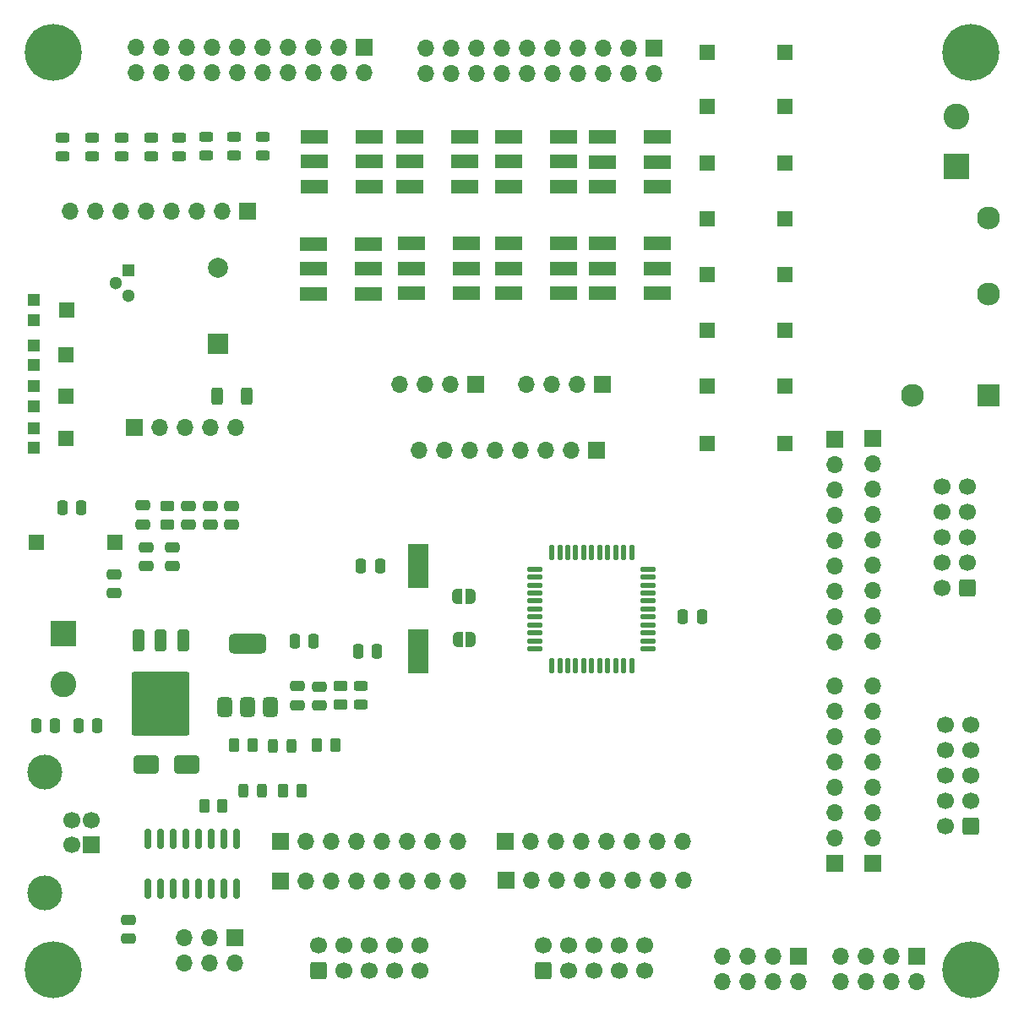
<source format=gbr>
%TF.GenerationSoftware,KiCad,Pcbnew,9.0.2*%
%TF.CreationDate,2025-09-03T21:46:32-05:00*%
%TF.ProjectId,ENRTENADOR ATMEGA1284P,454e5254-454e-4414-944f-522041544d45,rev?*%
%TF.SameCoordinates,Original*%
%TF.FileFunction,Soldermask,Top*%
%TF.FilePolarity,Negative*%
%FSLAX46Y46*%
G04 Gerber Fmt 4.6, Leading zero omitted, Abs format (unit mm)*
G04 Created by KiCad (PCBNEW 9.0.2) date 2025-09-03 21:46:32*
%MOMM*%
%LPD*%
G01*
G04 APERTURE LIST*
G04 Aperture macros list*
%AMRoundRect*
0 Rectangle with rounded corners*
0 $1 Rounding radius*
0 $2 $3 $4 $5 $6 $7 $8 $9 X,Y pos of 4 corners*
0 Add a 4 corners polygon primitive as box body*
4,1,4,$2,$3,$4,$5,$6,$7,$8,$9,$2,$3,0*
0 Add four circle primitives for the rounded corners*
1,1,$1+$1,$2,$3*
1,1,$1+$1,$4,$5*
1,1,$1+$1,$6,$7*
1,1,$1+$1,$8,$9*
0 Add four rect primitives between the rounded corners*
20,1,$1+$1,$2,$3,$4,$5,0*
20,1,$1+$1,$4,$5,$6,$7,0*
20,1,$1+$1,$6,$7,$8,$9,0*
20,1,$1+$1,$8,$9,$2,$3,0*%
%AMFreePoly0*
4,1,23,0.500000,-0.750000,0.000000,-0.750000,0.000000,-0.745722,-0.065263,-0.745722,-0.191342,-0.711940,-0.304381,-0.646677,-0.396677,-0.554381,-0.461940,-0.441342,-0.495722,-0.315263,-0.495722,-0.250000,-0.500000,-0.250000,-0.500000,0.250000,-0.495722,0.250000,-0.495722,0.315263,-0.461940,0.441342,-0.396677,0.554381,-0.304381,0.646677,-0.191342,0.711940,-0.065263,0.745722,0.000000,0.745722,
0.000000,0.750000,0.500000,0.750000,0.500000,-0.750000,0.500000,-0.750000,$1*%
%AMFreePoly1*
4,1,23,0.000000,0.745722,0.065263,0.745722,0.191342,0.711940,0.304381,0.646677,0.396677,0.554381,0.461940,0.441342,0.495722,0.315263,0.495722,0.250000,0.500000,0.250000,0.500000,-0.250000,0.495722,-0.250000,0.495722,-0.315263,0.461940,-0.441342,0.396677,-0.554381,0.304381,-0.646677,0.191342,-0.711940,0.065263,-0.745722,0.000000,-0.745722,0.000000,-0.750000,-0.500000,-0.750000,
-0.500000,0.750000,0.000000,0.750000,0.000000,0.745722,0.000000,0.745722,$1*%
G04 Aperture macros list end*
%ADD10RoundRect,0.243750X-0.456250X0.243750X-0.456250X-0.243750X0.456250X-0.243750X0.456250X0.243750X0*%
%ADD11R,2.600000X2.600000*%
%ADD12C,2.600000*%
%ADD13R,1.700000X1.700000*%
%ADD14O,1.700000X1.700000*%
%ADD15RoundRect,0.102000X1.250000X-0.600000X1.250000X0.600000X-1.250000X0.600000X-1.250000X-0.600000X0*%
%ADD16R,1.500000X1.500000*%
%ADD17RoundRect,0.250000X0.600000X0.600000X-0.600000X0.600000X-0.600000X-0.600000X0.600000X-0.600000X0*%
%ADD18C,1.700000*%
%ADD19RoundRect,0.150000X0.150000X-0.825000X0.150000X0.825000X-0.150000X0.825000X-0.150000X-0.825000X0*%
%ADD20RoundRect,0.250000X0.250000X0.475000X-0.250000X0.475000X-0.250000X-0.475000X0.250000X-0.475000X0*%
%ADD21RoundRect,0.250000X-0.262500X-0.450000X0.262500X-0.450000X0.262500X0.450000X-0.262500X0.450000X0*%
%ADD22RoundRect,0.250000X0.312500X0.625000X-0.312500X0.625000X-0.312500X-0.625000X0.312500X-0.625000X0*%
%ADD23RoundRect,0.243750X0.456250X-0.243750X0.456250X0.243750X-0.456250X0.243750X-0.456250X-0.243750X0*%
%ADD24R,2.000000X4.500000*%
%ADD25R,1.300000X1.300000*%
%ADD26C,1.300000*%
%ADD27FreePoly0,180.000000*%
%ADD28FreePoly1,180.000000*%
%ADD29RoundRect,0.250000X0.475000X-0.250000X0.475000X0.250000X-0.475000X0.250000X-0.475000X-0.250000X0*%
%ADD30RoundRect,0.250000X-0.350000X0.850000X-0.350000X-0.850000X0.350000X-0.850000X0.350000X0.850000X0*%
%ADD31RoundRect,0.249997X-2.650003X2.950003X-2.650003X-2.950003X2.650003X-2.950003X2.650003X2.950003X0*%
%ADD32RoundRect,0.250000X-0.475000X0.250000X-0.475000X-0.250000X0.475000X-0.250000X0.475000X0.250000X0*%
%ADD33RoundRect,0.250000X0.450000X-0.262500X0.450000X0.262500X-0.450000X0.262500X-0.450000X-0.262500X0*%
%ADD34RoundRect,0.250000X1.000000X0.650000X-1.000000X0.650000X-1.000000X-0.650000X1.000000X-0.650000X0*%
%ADD35RoundRect,0.250000X0.600000X-0.600000X0.600000X0.600000X-0.600000X0.600000X-0.600000X-0.600000X0*%
%ADD36C,3.500000*%
%ADD37C,5.700000*%
%ADD38R,1.200000X1.200000*%
%ADD39R,1.500000X1.600000*%
%ADD40RoundRect,0.250000X-0.250000X-0.475000X0.250000X-0.475000X0.250000X0.475000X-0.250000X0.475000X0*%
%ADD41RoundRect,0.250000X0.262500X0.450000X-0.262500X0.450000X-0.262500X-0.450000X0.262500X-0.450000X0*%
%ADD42RoundRect,0.137500X-0.600000X-0.137500X0.600000X-0.137500X0.600000X0.137500X-0.600000X0.137500X0*%
%ADD43RoundRect,0.137500X-0.137500X-0.600000X0.137500X-0.600000X0.137500X0.600000X-0.137500X0.600000X0*%
%ADD44RoundRect,0.243750X0.243750X0.456250X-0.243750X0.456250X-0.243750X-0.456250X0.243750X-0.456250X0*%
%ADD45R,2.000000X2.000000*%
%ADD46C,2.000000*%
%ADD47RoundRect,0.375000X0.375000X-0.625000X0.375000X0.625000X-0.375000X0.625000X-0.375000X-0.625000X0*%
%ADD48RoundRect,0.500000X1.400000X-0.500000X1.400000X0.500000X-1.400000X0.500000X-1.400000X-0.500000X0*%
%ADD49R,2.300000X2.300000*%
%ADD50C,2.300000*%
G04 APERTURE END LIST*
D10*
%TO.C,D9*%
X22200000Y-12475000D03*
X22200000Y-14350000D03*
%TD*%
%TO.C,D10*%
X19400000Y-12475000D03*
X19400000Y-14350000D03*
%TD*%
D11*
%TO.C,J1*%
X5095000Y-62300000D03*
D12*
X5095000Y-67300000D03*
%TD*%
D13*
%TO.C,J8*%
X58450000Y-43900000D03*
D14*
X55910000Y-43900000D03*
X53370000Y-43900000D03*
X50830000Y-43900000D03*
X48290000Y-43900000D03*
X45750000Y-43900000D03*
X43210000Y-43900000D03*
X40670000Y-43900000D03*
%TD*%
D15*
%TO.C,S4*%
X35650000Y-28225000D03*
X35650000Y-25725000D03*
X35650000Y-23225000D03*
X30150000Y-28225000D03*
X30150000Y-25725000D03*
X30150000Y-23225000D03*
%TD*%
D16*
%TO.C,BT1*%
X77400000Y-43170000D03*
X69600000Y-43170000D03*
%TD*%
D17*
%TO.C,J17*%
X95675000Y-57675000D03*
D18*
X93135000Y-57675000D03*
X95675000Y-55135000D03*
X93135000Y-55135000D03*
X95675000Y-52595000D03*
X93135000Y-52595000D03*
X95675000Y-50055000D03*
X93135000Y-50055000D03*
X95675000Y-47515000D03*
X93135000Y-47515000D03*
%TD*%
D19*
%TO.C,U1*%
X13490000Y-87810000D03*
X14760000Y-87810000D03*
X16030000Y-87810000D03*
X17300000Y-87810000D03*
X18570000Y-87810000D03*
X19840000Y-87810000D03*
X21110000Y-87810000D03*
X22380000Y-87810000D03*
X22380000Y-82860000D03*
X21110000Y-82860000D03*
X19840000Y-82860000D03*
X18570000Y-82860000D03*
X17300000Y-82860000D03*
X16030000Y-82860000D03*
X14760000Y-82860000D03*
X13490000Y-82860000D03*
%TD*%
D20*
%TO.C,C2*%
X4250000Y-71500000D03*
X2350000Y-71500000D03*
%TD*%
D21*
%TO.C,R3*%
X19175000Y-79500000D03*
X21000000Y-79500000D03*
%TD*%
D16*
%TO.C,BT8*%
X77400000Y-4020000D03*
X69600000Y-4020000D03*
%TD*%
D22*
%TO.C,R9*%
X23392500Y-38470000D03*
X20467500Y-38470000D03*
%TD*%
D10*
%TO.C,D12*%
X13850000Y-12537500D03*
X13850000Y-14412500D03*
%TD*%
D16*
%TO.C,BT4*%
X77400000Y-26250000D03*
X69600000Y-26250000D03*
%TD*%
D23*
%TO.C,D5*%
X34900000Y-69385000D03*
X34900000Y-67510000D03*
%TD*%
D13*
%TO.C,J20*%
X86200000Y-42730000D03*
D14*
X86200000Y-45270000D03*
X86200000Y-47810000D03*
X86200000Y-50350000D03*
X86200000Y-52890000D03*
X86200000Y-55430000D03*
X86200000Y-57970000D03*
X86200000Y-60510000D03*
X86200000Y-63050000D03*
%TD*%
D13*
%TO.C,J10*%
X23550000Y-19950000D03*
D14*
X21010000Y-19950000D03*
X18470000Y-19950000D03*
X15930000Y-19950000D03*
X13390000Y-19950000D03*
X10850000Y-19950000D03*
X8310000Y-19950000D03*
X5770000Y-19950000D03*
%TD*%
D24*
%TO.C,Y1*%
X40600000Y-64000000D03*
X40600000Y-55500000D03*
%TD*%
D25*
%TO.C,Q2*%
X11560000Y-25880000D03*
D26*
X10290000Y-27150000D03*
X11560000Y-28420000D03*
%TD*%
D27*
%TO.C,JP2*%
X45825000Y-58550000D03*
D28*
X44525000Y-58550000D03*
%TD*%
D16*
%TO.C,BT5*%
X77400000Y-20700000D03*
X69600000Y-20700000D03*
%TD*%
D29*
%TO.C,C5*%
X15960000Y-55520000D03*
X15960000Y-53620000D03*
%TD*%
D17*
%TO.C,J19*%
X95980000Y-81600000D03*
D18*
X93440000Y-81600000D03*
X95980000Y-79060000D03*
X93440000Y-79060000D03*
X95980000Y-76520000D03*
X93440000Y-76520000D03*
X95980000Y-73980000D03*
X93440000Y-73980000D03*
X95980000Y-71440000D03*
X93440000Y-71440000D03*
%TD*%
D13*
%TO.C,PORTD1*%
X49360000Y-83100000D03*
D14*
X51900000Y-83100000D03*
X54440000Y-83100000D03*
X56980000Y-83100000D03*
X59520000Y-83100000D03*
X62060000Y-83100000D03*
X64600000Y-83100000D03*
X67140000Y-83100000D03*
%TD*%
D30*
%TO.C,U2*%
X17110000Y-62950000D03*
X14830000Y-62950000D03*
D31*
X14830000Y-69250000D03*
D30*
X12550000Y-62950000D03*
%TD*%
D13*
%TO.C,J7*%
X35205000Y-3485000D03*
D14*
X35205000Y-6025000D03*
X32665000Y-3485000D03*
X32665000Y-6025000D03*
X30125000Y-3485000D03*
X30125000Y-6025000D03*
X27585000Y-3485000D03*
X27585000Y-6025000D03*
X25045000Y-3485000D03*
X25045000Y-6025000D03*
X22505000Y-3485000D03*
X22505000Y-6025000D03*
X19965000Y-3485000D03*
X19965000Y-6025000D03*
X17425000Y-3485000D03*
X17425000Y-6025000D03*
X14885000Y-3485000D03*
X14885000Y-6025000D03*
X12345000Y-3485000D03*
X12345000Y-6025000D03*
%TD*%
D21*
%TO.C,R4*%
X22160000Y-73450000D03*
X23985000Y-73450000D03*
%TD*%
D13*
%TO.C,J13*%
X82350000Y-42780000D03*
D14*
X82350000Y-45320000D03*
X82350000Y-47860000D03*
X82350000Y-50400000D03*
X82350000Y-52940000D03*
X82350000Y-55480000D03*
X82350000Y-58020000D03*
X82350000Y-60560000D03*
X82350000Y-63100000D03*
%TD*%
D32*
%TO.C,C8*%
X12975000Y-49425000D03*
X12975000Y-51325000D03*
%TD*%
D13*
%TO.C,J16*%
X49380000Y-86950000D03*
D14*
X51920000Y-86950000D03*
X54460000Y-86950000D03*
X57000000Y-86950000D03*
X59540000Y-86950000D03*
X62080000Y-86950000D03*
X64620000Y-86950000D03*
X67160000Y-86950000D03*
%TD*%
D20*
%TO.C,C15*%
X36775000Y-55500000D03*
X34875000Y-55500000D03*
%TD*%
D13*
%TO.C,J3*%
X12185000Y-41640000D03*
D14*
X14725000Y-41640000D03*
X17265000Y-41640000D03*
X19805000Y-41640000D03*
X22345000Y-41640000D03*
%TD*%
D16*
%TO.C,SW1*%
X10180000Y-53080000D03*
X2380000Y-53080000D03*
%TD*%
D27*
%TO.C,JP1*%
X45900000Y-62850000D03*
D28*
X44600000Y-62850000D03*
%TD*%
D33*
%TO.C,R8*%
X15500000Y-51300000D03*
X15500000Y-49475000D03*
%TD*%
D34*
%TO.C,D2*%
X17390000Y-75370000D03*
X13390000Y-75370000D03*
%TD*%
D13*
%TO.C,PORTC1*%
X82355000Y-85315000D03*
D14*
X82355000Y-82775000D03*
X82355000Y-80235000D03*
X82355000Y-77695000D03*
X82355000Y-75155000D03*
X82355000Y-72615000D03*
X82355000Y-70075000D03*
X82355000Y-67535000D03*
%TD*%
D35*
%TO.C,J24*%
X53160000Y-96030000D03*
D18*
X53160000Y-93490000D03*
X55700000Y-96030000D03*
X55700000Y-93490000D03*
X58240000Y-96030000D03*
X58240000Y-93490000D03*
X60780000Y-96030000D03*
X60780000Y-93490000D03*
X63320000Y-96030000D03*
X63320000Y-93490000D03*
%TD*%
D29*
%TO.C,C4*%
X13350000Y-55500000D03*
X13350000Y-53600000D03*
%TD*%
D13*
%TO.C,J6*%
X64205000Y-3610000D03*
D14*
X64205000Y-6150000D03*
X61665000Y-3610000D03*
X61665000Y-6150000D03*
X59125000Y-3610000D03*
X59125000Y-6150000D03*
X56585000Y-3610000D03*
X56585000Y-6150000D03*
X54045000Y-3610000D03*
X54045000Y-6150000D03*
X51505000Y-3610000D03*
X51505000Y-6150000D03*
X48965000Y-3610000D03*
X48965000Y-6150000D03*
X46425000Y-3610000D03*
X46425000Y-6150000D03*
X43885000Y-3610000D03*
X43885000Y-6150000D03*
X41345000Y-3610000D03*
X41345000Y-6150000D03*
%TD*%
D13*
%TO.C,J21*%
X7877500Y-83450000D03*
D18*
X7877500Y-80950000D03*
X5877500Y-80950000D03*
X5877500Y-83450000D03*
D36*
X3167500Y-88220000D03*
X3167500Y-76180000D03*
%TD*%
D37*
%TO.C,REF\u002A\u002A*%
X96000000Y-96000000D03*
%TD*%
D38*
%TO.C,RV4*%
X2120000Y-28840000D03*
D39*
X5370000Y-29840000D03*
D38*
X2120000Y-30840000D03*
%TD*%
D15*
%TO.C,S8*%
X35700000Y-17450000D03*
X35700000Y-14950000D03*
X35700000Y-12450000D03*
X30200000Y-17450000D03*
X30200000Y-14950000D03*
X30200000Y-12450000D03*
%TD*%
D32*
%TO.C,C7*%
X19775000Y-49475000D03*
X19775000Y-51375000D03*
%TD*%
D15*
%TO.C,S1*%
X64575000Y-28150000D03*
X64575000Y-25650000D03*
X64575000Y-23150000D03*
X59075000Y-28150000D03*
X59075000Y-25650000D03*
X59075000Y-23150000D03*
%TD*%
D10*
%TO.C,D11*%
X16625000Y-12525000D03*
X16625000Y-14400000D03*
%TD*%
D40*
%TO.C,C11*%
X28255000Y-63030000D03*
X30155000Y-63030000D03*
%TD*%
D41*
%TO.C,R1*%
X28912500Y-78000000D03*
X27087500Y-78000000D03*
%TD*%
D16*
%TO.C,BT2*%
X77400000Y-37430000D03*
X69600000Y-37430000D03*
%TD*%
D40*
%TO.C,C13*%
X67150000Y-60600000D03*
X69050000Y-60600000D03*
%TD*%
D15*
%TO.C,S6*%
X55150000Y-17450000D03*
X55150000Y-14950000D03*
X55150000Y-12450000D03*
X49650000Y-17450000D03*
X49650000Y-14950000D03*
X49650000Y-12450000D03*
%TD*%
D33*
%TO.C,R7*%
X32830000Y-69372500D03*
X32830000Y-67547500D03*
%TD*%
D10*
%TO.C,D8*%
X25075000Y-12475000D03*
X25075000Y-14350000D03*
%TD*%
D41*
%TO.C,R2*%
X32320000Y-73440000D03*
X30495000Y-73440000D03*
%TD*%
D11*
%TO.C,J9*%
X94540000Y-15460000D03*
D12*
X94540000Y-10460000D03*
%TD*%
D13*
%TO.C,J4*%
X59075000Y-37300000D03*
D14*
X56535000Y-37300000D03*
X53995000Y-37300000D03*
X51455000Y-37300000D03*
%TD*%
D20*
%TO.C,C14*%
X36500000Y-64075000D03*
X34600000Y-64075000D03*
%TD*%
D32*
%TO.C,C6*%
X17625000Y-49475000D03*
X17625000Y-51375000D03*
%TD*%
D20*
%TO.C,C17*%
X6875000Y-49665000D03*
X4975000Y-49665000D03*
%TD*%
D40*
%TO.C,C1*%
X6550000Y-71500000D03*
X8450000Y-71500000D03*
%TD*%
D10*
%TO.C,D13*%
X10900000Y-12525000D03*
X10900000Y-14400000D03*
%TD*%
D15*
%TO.C,S7*%
X45250000Y-17450000D03*
X45250000Y-14950000D03*
X45250000Y-12450000D03*
X39750000Y-17450000D03*
X39750000Y-14950000D03*
X39750000Y-12450000D03*
%TD*%
%TO.C,S3*%
X45425000Y-28150000D03*
X45425000Y-25650000D03*
X45425000Y-23150000D03*
X39925000Y-28150000D03*
X39925000Y-25650000D03*
X39925000Y-23150000D03*
%TD*%
D37*
%TO.C,REF\u002A\u002A*%
X4000000Y-4000000D03*
%TD*%
D13*
%TO.C,ICSP1*%
X22260000Y-92710000D03*
D14*
X22260000Y-95250000D03*
X19720000Y-92710000D03*
X19720000Y-95250000D03*
X17180000Y-92710000D03*
X17180000Y-95250000D03*
%TD*%
D42*
%TO.C,U4*%
X52337500Y-55800000D03*
X52337500Y-56600000D03*
X52337500Y-57400000D03*
X52337500Y-58200000D03*
X52337500Y-59000000D03*
X52337500Y-59800000D03*
X52337500Y-60600000D03*
X52337500Y-61400000D03*
X52337500Y-62200000D03*
X52337500Y-63000000D03*
X52337500Y-63800000D03*
D43*
X54000000Y-65462500D03*
X54800000Y-65462500D03*
X55600000Y-65462500D03*
X56400000Y-65462500D03*
X57200000Y-65462500D03*
X58000000Y-65462500D03*
X58800000Y-65462500D03*
X59600000Y-65462500D03*
X60400000Y-65462500D03*
X61200000Y-65462500D03*
X62000000Y-65462500D03*
D42*
X63662500Y-63800000D03*
X63662500Y-63000000D03*
X63662500Y-62200000D03*
X63662500Y-61400000D03*
X63662500Y-60600000D03*
X63662500Y-59800000D03*
X63662500Y-59000000D03*
X63662500Y-58200000D03*
X63662500Y-57400000D03*
X63662500Y-56600000D03*
X63662500Y-55800000D03*
D43*
X62000000Y-54137500D03*
X61200000Y-54137500D03*
X60400000Y-54137500D03*
X59600000Y-54137500D03*
X58800000Y-54137500D03*
X58000000Y-54137500D03*
X57200000Y-54137500D03*
X56400000Y-54137500D03*
X55600000Y-54137500D03*
X54800000Y-54137500D03*
X54000000Y-54137500D03*
%TD*%
D16*
%TO.C,BT7*%
X77400000Y-9470000D03*
X69600000Y-9470000D03*
%TD*%
D32*
%TO.C,C3*%
X11575000Y-90950000D03*
X11575000Y-92850000D03*
%TD*%
D37*
%TO.C,REF\u002A\u002A*%
X96000000Y-4000000D03*
%TD*%
D10*
%TO.C,D15*%
X4950000Y-12575000D03*
X4950000Y-14450000D03*
%TD*%
D38*
%TO.C,RV3*%
X2090000Y-33360000D03*
D39*
X5340000Y-34360000D03*
D38*
X2090000Y-35360000D03*
%TD*%
D13*
%TO.C,J14*%
X26845000Y-83100000D03*
D14*
X29385000Y-83100000D03*
X31925000Y-83100000D03*
X34465000Y-83100000D03*
X37005000Y-83100000D03*
X39545000Y-83100000D03*
X42085000Y-83100000D03*
X44625000Y-83100000D03*
%TD*%
D15*
%TO.C,S5*%
X64600000Y-17500000D03*
X64600000Y-15000000D03*
X64600000Y-12500000D03*
X59100000Y-17500000D03*
X59100000Y-15000000D03*
X59100000Y-12500000D03*
%TD*%
D37*
%TO.C,REF\u002A\u002A*%
X4000000Y-96000000D03*
%TD*%
D29*
%TO.C,C16*%
X10150000Y-58200000D03*
X10150000Y-56300000D03*
%TD*%
D35*
%TO.C,J18*%
X30625000Y-96015000D03*
D18*
X30625000Y-93475000D03*
X33165000Y-96015000D03*
X33165000Y-93475000D03*
X35705000Y-96015000D03*
X35705000Y-93475000D03*
X38245000Y-96015000D03*
X38245000Y-93475000D03*
X40785000Y-96015000D03*
X40785000Y-93475000D03*
%TD*%
D13*
%TO.C,J5*%
X46375000Y-37325000D03*
D14*
X43835000Y-37325000D03*
X41295000Y-37325000D03*
X38755000Y-37325000D03*
%TD*%
D44*
%TO.C,D4*%
X27905000Y-73490000D03*
X26030000Y-73490000D03*
%TD*%
D45*
%TO.C,BZ1*%
X20550000Y-33200000D03*
D46*
X20550000Y-25600000D03*
%TD*%
D38*
%TO.C,RV1*%
X2090000Y-41670000D03*
D39*
X5340000Y-42670000D03*
D38*
X2090000Y-43670000D03*
%TD*%
D13*
%TO.C,J11*%
X78700000Y-94570000D03*
D14*
X78700000Y-97110000D03*
X76160000Y-94570000D03*
X76160000Y-97110000D03*
X73620000Y-94570000D03*
X73620000Y-97110000D03*
X71080000Y-94570000D03*
X71080000Y-97110000D03*
%TD*%
D32*
%TO.C,C12*%
X21900000Y-49475000D03*
X21900000Y-51375000D03*
%TD*%
%TO.C,C10*%
X30680000Y-67560000D03*
X30680000Y-69460000D03*
%TD*%
D44*
%TO.C,D3*%
X24937500Y-78000000D03*
X23062500Y-78000000D03*
%TD*%
D16*
%TO.C,BT3*%
X77400000Y-31880000D03*
X69600000Y-31880000D03*
%TD*%
D13*
%TO.C,J15*%
X86205000Y-85315000D03*
D14*
X86205000Y-82775000D03*
X86205000Y-80235000D03*
X86205000Y-77695000D03*
X86205000Y-75155000D03*
X86205000Y-72615000D03*
X86205000Y-70075000D03*
X86205000Y-67535000D03*
%TD*%
D47*
%TO.C,U3*%
X21225000Y-69600000D03*
X23525000Y-69600000D03*
D48*
X23525000Y-63300000D03*
D47*
X25825000Y-69600000D03*
%TD*%
D16*
%TO.C,BT6*%
X77400000Y-15070000D03*
X69600000Y-15070000D03*
%TD*%
D38*
%TO.C,RV2*%
X2090000Y-37480000D03*
D39*
X5340000Y-38480000D03*
D38*
X2090000Y-39480000D03*
%TD*%
D10*
%TO.C,D14*%
X7950000Y-12550000D03*
X7950000Y-14425000D03*
%TD*%
D29*
%TO.C,C9*%
X28530000Y-69450000D03*
X28530000Y-67550000D03*
%TD*%
D15*
%TO.C,S2*%
X55175000Y-28150000D03*
X55175000Y-25650000D03*
X55175000Y-23150000D03*
X49675000Y-28150000D03*
X49675000Y-25650000D03*
X49675000Y-23150000D03*
%TD*%
D49*
%TO.C,K1*%
X97770000Y-38420000D03*
D50*
X97770000Y-28260000D03*
X97770000Y-20640000D03*
X90150000Y-38420000D03*
%TD*%
D13*
%TO.C,PORTB1*%
X26795000Y-87075000D03*
D14*
X29335000Y-87075000D03*
X31875000Y-87075000D03*
X34415000Y-87075000D03*
X36955000Y-87075000D03*
X39495000Y-87075000D03*
X42035000Y-87075000D03*
X44575000Y-87075000D03*
%TD*%
D13*
%TO.C,J12*%
X90530000Y-94580000D03*
D14*
X90530000Y-97120000D03*
X87990000Y-94580000D03*
X87990000Y-97120000D03*
X85450000Y-94580000D03*
X85450000Y-97120000D03*
X82910000Y-94580000D03*
X82910000Y-97120000D03*
%TD*%
M02*

</source>
